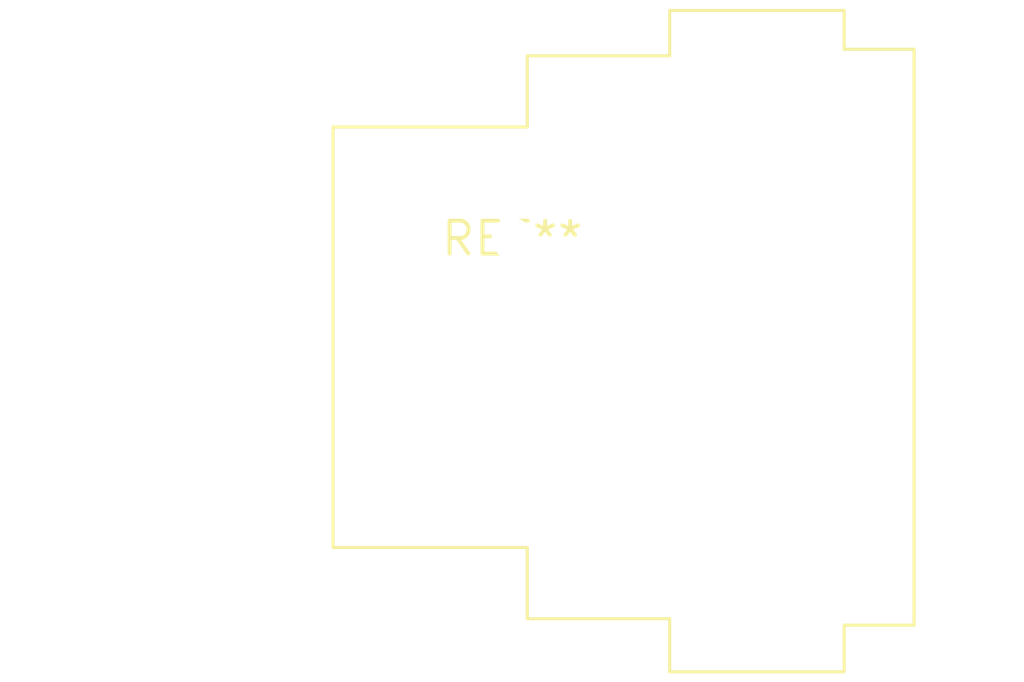
<source format=kicad_pcb>
(kicad_pcb (version 20240108) (generator pcbnew)
  (layers (0 "F.Cu" signal) (31 "B.Cu" signal) (34 "B.Paste" user) (35 "F.Paste" user) (36 "B.SilkS" user "B.Silkscreen") (37 "F.SilkS" user "F.Silkscreen") (38 "B.Mask" user) (39 "F.Mask" user) (44 "Edge.Cuts" user))
  (net 0 "")
  (footprint "Jack_XLR_Neutrik_NC3FAH2-0_Horizontal" (layer "F.Cu") (at 0 0)
    (property "Reference" "REF**")
    (property "Value" "Jack_XLR_Neutrik_NC3FAH2-0_Horizontal")
    (fp_line (start -6.92 -4.31) (end -6.92 11.93) (layer "F.SilkS") (stroke (width 0.12)))
    (fp_line (start 0.58 -7.06) (end 0.58 -4.31) (layer "F.SilkS") (stroke (width 0.12)))
    (fp_line (start 0.58 -4.31) (end -6.92 -4.31) (layer "F.SilkS") (stroke (width 0.12)))
    (fp_line (start 0.58 11.93) (end -6.92 11.93) (layer "F.SilkS") (stroke (width 0.12)))
    (fp_line (start 0.58 11.93) (end 0.58 14.68) (layer "F.SilkS") (stroke (width 0.12)))
    (fp_line (start 6.08 -7.06) (end 0.58 -7.06) (layer "F.SilkS") (stroke (width 0.12)))
    (fp_line (start 6.08 -7.06) (end 6.08 -8.81) (layer "F.SilkS") (stroke (width 0.12)))
    (fp_line (start 6.08 14.68) (end 0.58 14.68) (layer "F.SilkS") (stroke (width 0.12)))
    (fp_line (start 6.08 16.73) (end 6.08 14.68) (layer "F.SilkS") (stroke (width 0.12)))
    (fp_line (start 12.82 -8.81) (end 6.08 -8.81) (layer "F.SilkS") (stroke (width 0.12)))
    (fp_line (start 12.82 -8.81) (end 12.82 -7.31) (layer "F.SilkS") (stroke (width 0.12)))
    (fp_line (start 12.82 -7.31) (end 15.52 -7.31) (layer "F.SilkS") (stroke (width 0.12)))
    (fp_line (start 12.82 14.93) (end 12.82 16.73) (layer "F.SilkS") (stroke (width 0.12)))
    (fp_line (start 12.82 14.93) (end 15.52 14.93) (layer "F.SilkS") (stroke (width 0.12)))
    (fp_line (start 12.82 16.73) (end 6.08 16.73) (layer "F.SilkS") (stroke (width 0.12)))
    (fp_line (start 15.52 -7.31) (end 15.52 14.93) (layer "F.SilkS") (stroke (width 0.12)))
    (pad "" np_thru_hole circle (at 3.81 7.62) (size 1.6 1.6) (drill 1.6) (layers *.Cu *.Mask))
    (pad "" np_thru_hole circle (at 8.89 0) (size 1.6 1.6) (drill 1.6) (layers *.Cu *.Mask))
    (pad "1" thru_hole circle (at 0 0) (size 3.4 3.4) (drill 1.6) (layers *.Cu *.Mask) (remove_unused_layers))
    (pad "2" thru_hole circle (at -0.635 7.62) (size 3.4 3.4) (drill 1.6) (layers *.Cu *.Mask) (remove_unused_layers))
    (pad "3" thru_hole circle (at -4.45 3.81) (size 2.9 2.9) (drill 1.2) (layers *.Cu *.Mask) (remove_unused_layers))
    (pad "G" thru_hole circle (at 5.72 -4.44) (size 2.9 2.9) (drill 1.2) (layers *.Cu *.Mask) (remove_unused_layers))
  )
)
</source>
